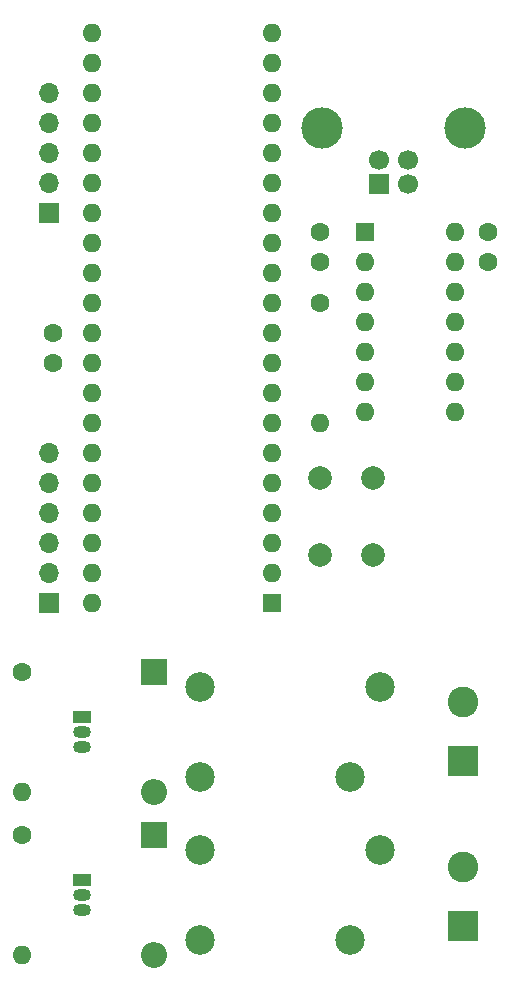
<source format=gbs>
%TF.GenerationSoftware,KiCad,Pcbnew,6.0.0+dfsg1-2*%
%TF.CreationDate,2022-03-14T17:52:30-05:00*%
%TF.ProjectId,remote64-controller,72656d6f-7465-4363-942d-636f6e74726f,rev?*%
%TF.SameCoordinates,Original*%
%TF.FileFunction,Soldermask,Bot*%
%TF.FilePolarity,Negative*%
%FSLAX46Y46*%
G04 Gerber Fmt 4.6, Leading zero omitted, Abs format (unit mm)*
G04 Created by KiCad (PCBNEW 6.0.0+dfsg1-2) date 2022-03-14 17:52:30*
%MOMM*%
%LPD*%
G01*
G04 APERTURE LIST*
%ADD10O,1.700000X1.700000*%
%ADD11R,1.700000X1.700000*%
%ADD12R,1.600000X1.600000*%
%ADD13O,1.600000X1.600000*%
%ADD14C,1.600000*%
%ADD15R,2.600000X2.600000*%
%ADD16C,2.600000*%
%ADD17C,1.700000*%
%ADD18C,3.500000*%
%ADD19R,2.200000X2.200000*%
%ADD20O,2.200000X2.200000*%
%ADD21C,2.500000*%
%ADD22C,2.000000*%
%ADD23R,1.500000X1.050000*%
%ADD24O,1.500000X1.050000*%
G04 APERTURE END LIST*
D10*
%TO.C,J3*%
X69977000Y-102870000D03*
X69977000Y-105410000D03*
X69977000Y-107950000D03*
X69977000Y-110490000D03*
X69977000Y-113030000D03*
D11*
X69977000Y-115570000D03*
%TD*%
D12*
%TO.C,U2*%
X88900000Y-115570000D03*
D13*
X88900000Y-113030000D03*
X88900000Y-110490000D03*
X88900000Y-107950000D03*
X88900000Y-105410000D03*
X88900000Y-102870000D03*
X88900000Y-100330000D03*
X88900000Y-97790000D03*
X88900000Y-95250000D03*
X88900000Y-92710000D03*
X88900000Y-90170000D03*
X88900000Y-87630000D03*
X88900000Y-85090000D03*
X88900000Y-82550000D03*
X88900000Y-80010000D03*
X88900000Y-77470000D03*
X88900000Y-74930000D03*
X88900000Y-72390000D03*
X88900000Y-69850000D03*
X88900000Y-67310000D03*
X73660000Y-67310000D03*
X73660000Y-69850000D03*
X73660000Y-72390000D03*
X73660000Y-74930000D03*
X73660000Y-77470000D03*
X73660000Y-80010000D03*
X73660000Y-82550000D03*
X73660000Y-85090000D03*
X73660000Y-87630000D03*
X73660000Y-90170000D03*
X73660000Y-92710000D03*
X73660000Y-95250000D03*
X73660000Y-97790000D03*
X73660000Y-100330000D03*
X73660000Y-102870000D03*
X73660000Y-105410000D03*
X73660000Y-107950000D03*
X73660000Y-110490000D03*
X73660000Y-113030000D03*
X73660000Y-115570000D03*
%TD*%
D14*
%TO.C,C2*%
X70358000Y-92750000D03*
X70358000Y-95250000D03*
%TD*%
D15*
%TO.C,J4*%
X105029000Y-142922000D03*
D16*
X105029000Y-137922000D03*
%TD*%
D11*
%TO.C,J5*%
X69977000Y-82550000D03*
D10*
X69977000Y-80010000D03*
X69977000Y-77470000D03*
X69977000Y-74930000D03*
X69977000Y-72390000D03*
%TD*%
D14*
%TO.C,C3*%
X92964000Y-86701000D03*
X92964000Y-84201000D03*
%TD*%
D11*
%TO.C,J1*%
X97937000Y-80110500D03*
D17*
X100437000Y-80110500D03*
X100437000Y-78110500D03*
X97937000Y-78110500D03*
D18*
X105207000Y-75400500D03*
X93167000Y-75400500D03*
%TD*%
D14*
%TO.C,R3*%
X67691000Y-135255000D03*
D13*
X67691000Y-145415000D03*
%TD*%
D15*
%TO.C,J2*%
X105029000Y-128992000D03*
D16*
X105029000Y-123992000D03*
%TD*%
D19*
%TO.C,D1*%
X78867000Y-121412000D03*
D20*
X78867000Y-131572000D03*
%TD*%
D21*
%TO.C,K1*%
X95504000Y-130302000D03*
X98044000Y-122682000D03*
X82804000Y-122682000D03*
X82804000Y-130302000D03*
%TD*%
D12*
%TO.C,U1*%
X96774000Y-84201000D03*
D13*
X96774000Y-86741000D03*
X96774000Y-89281000D03*
X96774000Y-91821000D03*
X96774000Y-94361000D03*
X96774000Y-96901000D03*
X96774000Y-99441000D03*
X104394000Y-99441000D03*
X104394000Y-96901000D03*
X104394000Y-94361000D03*
X104394000Y-91821000D03*
X104394000Y-89281000D03*
X104394000Y-86741000D03*
X104394000Y-84201000D03*
%TD*%
D21*
%TO.C,K2*%
X95504000Y-144145000D03*
X98044000Y-136525000D03*
X82804000Y-136525000D03*
X82804000Y-144145000D03*
%TD*%
D19*
%TO.C,D2*%
X78867000Y-135255000D03*
D20*
X78867000Y-145415000D03*
%TD*%
D22*
%TO.C,SW1*%
X97464000Y-111506000D03*
X97464000Y-105006000D03*
X92964000Y-111506000D03*
X92964000Y-105006000D03*
%TD*%
D23*
%TO.C,Q2*%
X72771000Y-139065000D03*
D24*
X72771000Y-140335000D03*
X72771000Y-141605000D03*
%TD*%
D14*
%TO.C,C1*%
X107188000Y-84201000D03*
X107188000Y-86701000D03*
%TD*%
%TO.C,R2*%
X92964000Y-90170000D03*
D13*
X92964000Y-100330000D03*
%TD*%
D23*
%TO.C,Q1*%
X72771000Y-125222000D03*
D24*
X72771000Y-126492000D03*
X72771000Y-127762000D03*
%TD*%
D14*
%TO.C,R1*%
X67691000Y-121412000D03*
D13*
X67691000Y-131572000D03*
%TD*%
M02*

</source>
